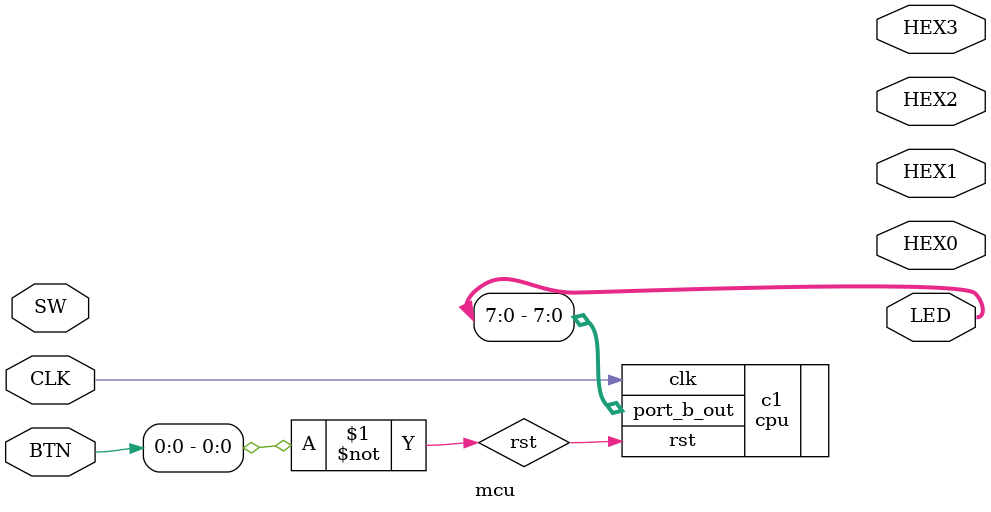
<source format=sv>


module mcu(

	//////////// CLOCK //////////
	input CLK,

	//////////// 7-segment decoder //////////
	output [6:0] HEX0,
	output [6:0] HEX1,
	output [6:0] HEX2,
	output [6:0] HEX3,
	
	//////////// LED /////////////
	output [9:0] LED,
	
	//////////// SWITCH //////////
	input [9:0] SW,
	
	//////////// BUTTON //////////
	input [2:0] BTN
	
);
//*******************************//

// add module here
assign rst = ~BTN[0];

cpu c1(
	.clk(CLK),
	.rst(rst),
	.port_b_out(LED[7:0])
);


//*******************************//

endmodule

</source>
